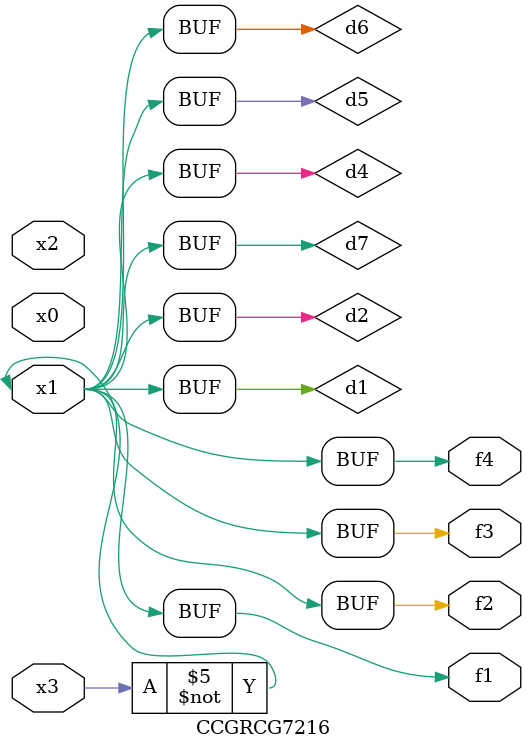
<source format=v>
module CCGRCG7216(
	input x0, x1, x2, x3,
	output f1, f2, f3, f4
);

	wire d1, d2, d3, d4, d5, d6, d7;

	not (d1, x3);
	buf (d2, x1);
	xnor (d3, d1, d2);
	nor (d4, d1);
	buf (d5, d1, d2);
	buf (d6, d4, d5);
	nand (d7, d4);
	assign f1 = d6;
	assign f2 = d7;
	assign f3 = d6;
	assign f4 = d6;
endmodule

</source>
